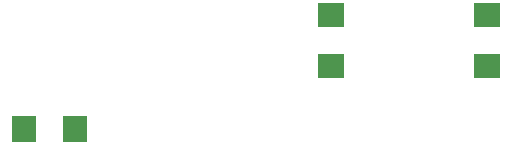
<source format=gbr>
%TF.GenerationSoftware,Altium Limited,Altium Designer,21.6.4 (81)*%
G04 Layer_Color=8421504*
%FSLAX43Y43*%
%MOMM*%
%TF.SameCoordinates,1AC814DF-7433-4E0E-8A45-847F92D72221*%
%TF.FilePolarity,Positive*%
%TF.FileFunction,Paste,Top*%
%TF.Part,Single*%
G01*
G75*
%TA.AperFunction,SMDPad,CuDef*%
%ADD10R,2.300X2.000*%
%ADD11R,2.000X2.300*%
D10*
X58667Y37350D02*
D03*
Y41650D02*
D03*
X45450Y37350D02*
D03*
Y41650D02*
D03*
D11*
X19465Y32025D02*
D03*
X23765D02*
D03*
%TF.MD5,e6c8a7c79aeab791ca043224bd93de96*%
M02*

</source>
